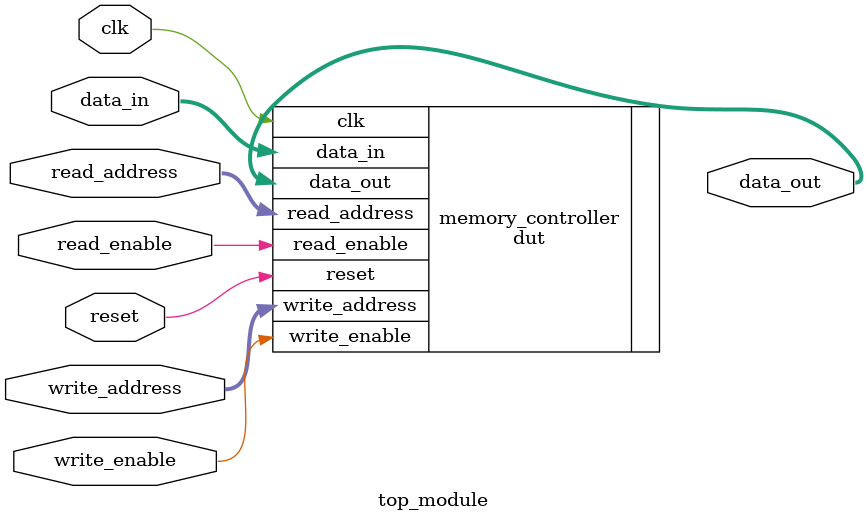
<source format=v>
module top_module(
  input wire clk,
  input wire reset,
  input wire [7:0] read_address,
  input wire [7:0] write_address,
  input wire [31:0] data_in,
  input wire write_enable,
  input wire read_enable,
  output wire [31:0] data_out
);
  // Instantiate the memory controller module
  dut memory_controller(
    .clk(clk),
    .reset(reset),
    .read_address(read_address),
    .write_address(write_address),
    .data_in(data_in),
    .write_enable(write_enable),
    .read_enable(read_enable),
    .data_out(data_out)
  );
  initial begin
	$dumpfile("waves.vcd");
	$dumpvars;
end

endmodule

</source>
